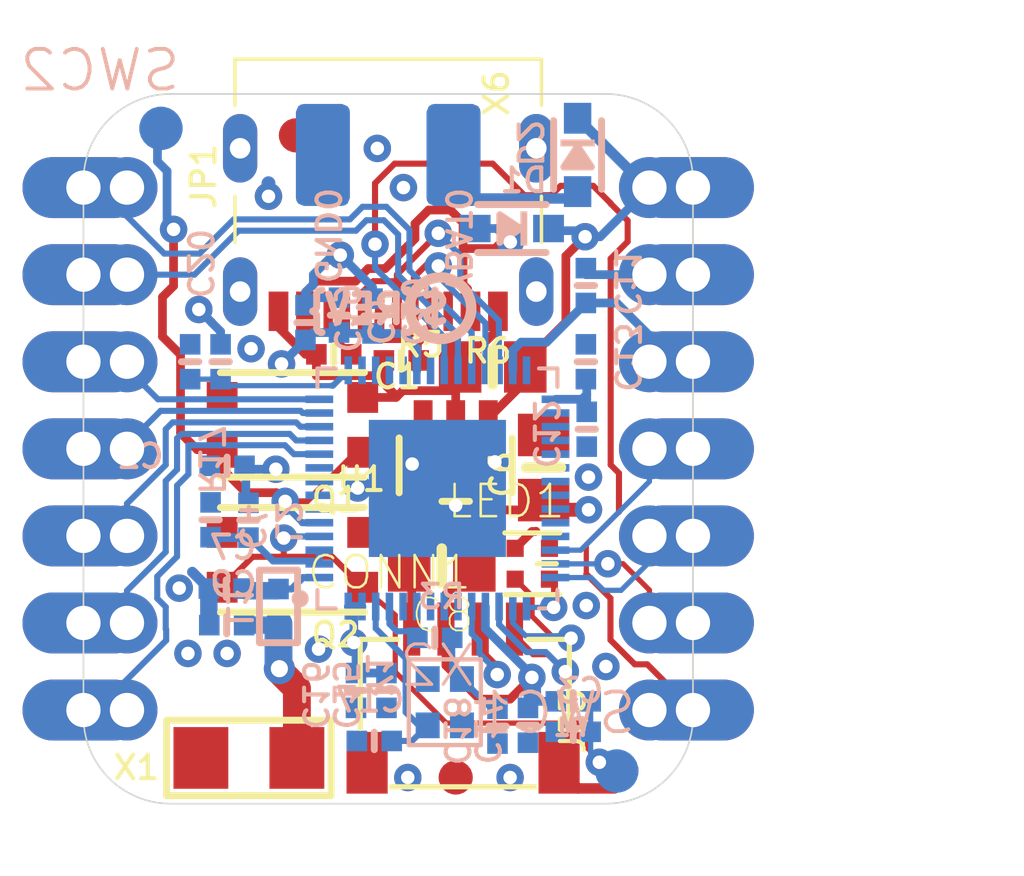
<source format=kicad_pcb>
(kicad_pcb (version 20240108) (generator "pcbnew") (generator_version "8.0")
  (layers (0 "F.Cu" signal) (1 "In1.Cu" signal) (2 "In2.Cu" signal) (31 "B.Cu" signal) (34 "B.Paste" user) (35 "F.Paste" user) (36 "B.SilkS" user "B.Silkscreen") (37 "F.SilkS" user "F.Silkscreen") (38 "B.Mask" user) (39 "F.Mask" user) (44 "Edge.Cuts" user))
  (net 0 "")
  (net 1 "GND")
  (net 2 "D+")
  (net 3 "D-")
  (net 4 "VBUS")
  (net 5 "~{RESET}")
  (net 6 "3.3V")
  (net 7 "A0")
  (net 8 "CC1")
  (net 9 "CC2")
  (net 10 "A1")
  (net 11 "MOSI")
  (net 12 "MISO")
  (net 13 "SCK")
  (net 14 "A2")
  (net 15 "A3")
  (net 16 "SDA")
  (net 17 "SCL")
  (net 18 "NEOPIX")
  (net 19 "+5V")
  (net 20 "VDD3P3")
  (net 21 "N$2")
  (net 22 "N$3")
  (net 23 "IO0")
  (net 24 "SDA1")
  (net 25 "SCL1")
  (net 26 "N$6")
  (net 27 "N$7")
  (net 28 "IO10_DBLTAP")
  (net 29 "NEOPIX_PWR")
  (net 30 "TX")
  (net 31 "RX")
  (net 32 "VBAT")
  (net 33 "N$1")
  (net 34 "TX00")
  (net 35 "VDD_SPI")
  (footprint "ANT_2450AT18B100" (layer "F.Cu") (at 144.4371 114.0206 180)
    (property "Reference" "X1")
    (property "Value" "2.4 GHz Antenna")
  )
  (footprint "USB_C_CUSB31-CFM2AX-01-X" (layer "F.Cu") (at 148.5011 97.4471 180)
    (property "Reference" "X6")
    (property "Value" "USB TYPE C")
  )
  (footprint "QTPY_ESP32_TOP" (layer "F.Cu") (at 139.6111 115.3541)
    (property "Reference" "U$7" (hide yes))
    (property "Value" "" (hide yes))
  )
  (footprint "0805-NO" (layer "F.Cu") (at 150.0632 108.4199 180)
    (property "Reference" "C8")
    (property "Value" "22uF")
  )
  (footprint "BTN_KMR2_4.6X2.8" (layer "F.Cu") (at 145.7071 108.2421 180)
    (property "Reference" "Q2")
    (property "Value" "reset")
  )
  (footprint "0805-NO" (layer "F.Cu") (at 151.5491 102.616 180)
    (property "Reference" "C1")
    (property "Value" "22uF")
  )
  (footprint "_0402NO" (layer "F.Cu") (at 148.8821 102.4255)
    (property "Reference" "R6")
    (property "Value" "5.1K")
  )
  (footprint "1X07_CASTEL" (layer "F.Cu") (at 140.8811 105.0036 -90)
    (property "Reference" "JP1")
    (property "Value" "")
  )
  (footprint "BTN_KMR2_4.6X2.8" (layer "F.Cu") (at 145.7071 104.3051 180)
    (property "Reference" "Q1")
    (property "Value" "BOOT0")
  )
  (footprint "JST_SH4_SKINNY" (layer "F.Cu") (at 150.6855 112.776)
    (property "Reference" "CONN1")
    (property "Value" "STEMMA_I2C_QTSKINNY" (hide yes))
  )
  (footprint "0805-NO" (layer "F.Cu") (at 153.035 105.5497 90)
    (property "Reference" "C6")
    (property "Value" "22uF")
  )
  (footprint "FIDUCIAL_1MM" (layer "F.Cu") (at 145.8087 95.8596)
    (property "Reference" "U$6" (hide yes))
    (property "Value" "FIDUCIAL_1MM" (hide yes))
  )
  (footprint "_0402NO" (layer "F.Cu") (at 146.9136 102.2477)
    (property "Reference" "R5")
    (property "Value" "5.1K")
  )
  (footprint "FIDUCIAL_1MM" (layer "F.Cu") (at 150.4696 114.5921)
    (property "Reference" "U$8" (hide yes))
    (property "Value" "FIDUCIAL_1MM" (hide yes))
  )
  (footprint "1X07_CASTEL" (layer "F.Cu") (at 156.1211 105.0036 90)
    (property "Reference" "JP3")
    (property "Value" "")
  )
  (footprint "SK6805_1515" (layer "F.Cu") (at 152.7048 108.3564)
    (property "Reference" "LED1")
    (property "Value" "WS2812B_SK6805_1515")
  )
  (footprint "SOT23-5" (layer "F.Cu") (at 150.4696 105.4862 180)
    (property "Reference" "U1")
    (property "Value" "AP2112K-3.3")
  )
  (footprint "_0402NO" (layer "B.Cu") (at 144.4244 107.0864 -90)
    (property "Reference" "L1")
    (property "Value" "2nH")
  )
  (footprint "_0402NO" (layer "B.Cu") (at 143.8021 105.4989 180)
    (property "Reference" "C2")
    (property "Value" "1uF")
  )
  (footprint "_0402NO" (layer "B.Cu") (at 143.3195 107.0737 90)
    (property "Reference" "C4")
    (property "Value" "0.1uF")
  )
  (footprint "_0402NO" (layer "B.Cu") (at 154.2669 102.4636 90)
    (property "Reference" "C13")
    (property "Value" "1uF")
  )
  (footprint "_0402NO" (layer "B.Cu") (at 143.7767 109.0803 180)
    (property "Reference" "C7")
    (property "Value" "TBD")
  )
  (footprint "_0402NO" (layer "B.Cu") (at 154.2923 104.4321 -90)
    (property "Reference" "C12")
    (property "Value" "0.1uF")
  )
  (footprint "_0402NO" (layer "B.Cu") (at 146.0881 101.3206 90)
    (property "Reference" "C19")
    (property "Value" "1uF")
  )
  (footprint "SOD-323_MINI" (layer "B.Cu") (at 152.1079 98.5774 180)
    (property "Reference" "D1")
    (property "Value" "  NSR0320")
  )
  (footprint "_0402NO" (layer "B.Cu") (at 149.86 110.5154 180)
    (property "Reference" "R3")
    (property "Value" "0")
  )
  (footprint "_0402NO" (layer "B.Cu") (at 147.066 101.1047 90)
    (property "Reference" "C5")
    (property "Value" "1uF")
  )
  (footprint "_0402NO" (layer "B.Cu") (at 142.7226 102.4636 90)
    (property "Reference" "C20")
    (property "Value" "1uF")
  )
  (footprint "_0402NO" (layer "B.Cu") (at 147.5613 112.0521 -90)
    (property "Reference" "C16")
    (property "Value" "0.1uF")
  )
  (footprint "SOD-323_MINI" (layer "B.Cu") (at 154.0256 96.4311 -90)
    (property "Reference" "D2")
    (property "Value" "  NSR0320")
  )
  (footprint "_0402NO" (layer "B.Cu") (at 148.4503 112.0521 -90)
    (property "Reference" "C15")
    (property "Value" "1uF")
  )
  (footprint "QTPYS3_BOT" (layer "B.Cu") (at 157.3911 115.3541 180)
    (property "Reference" "U$11" (hide yes))
    (property "Value" "" (hide yes))
  )
  (footprint "_0402NO" (layer "B.Cu") (at 151.6888 113.0935 -90)
    (property "Reference" "C18")
    (property "Value" "16pF")
  )
  (footprint "_0402NO" (layer "B.Cu") (at 153.8986 112.3696)
    (property "Reference" "R1")
    (property "Value" "10K")
  )
  (footprint "_0402NO" (layer "B.Cu") (at 154.2669 100.2411 90)
    (property "Reference" "C11")
    (property "Value" "0.1uF")
  )
  (footprint "B1,27_385" (layer "B.Cu") (at 141.8717 95.6564 180)
    (property "Reference" "SWC2")
    (property "Value" "TPB1,27")
  )
  (footprint "_0402NO" (layer "B.Cu") (at 143.6116 102.4636 -90)
    (property "Reference" "R17")
    (property "Value" "1Meg")
  )
  (footprint "B1,27_385" (layer "B.Cu") (at 155.1686 114.4016 180)
    (property "Reference" "SWC1")
    (property "Value" "TPB1,27")
  )
  (footprint "TESTPOINT_PLUS_1X3MM" (layer "B.Cu") (at 150.4061 96.4311 -90)
    (property "Reference" "VBAT0")
    (property "Value" "")
  )
  (footprint "CRYSTAL_2X1.6" (layer "B.Cu") (at 150.1521 112.395 -90)
    (property "Reference" "Y1")
    (property "Value" "40MHz")
  )
  (footprint "QFN56_7X7" (layer "B.Cu") (at 149.9362 106.1593)
    (property "Reference" "X2")
    (property "Value" "ESP32-S3QFN54")
  )
  (footprint "TESTPOINT_MINUS_1X3MM" (layer "B.Cu") (at 146.5961 96.4311 -90)
    (property "Reference" "GND0")
    (property "Value" "")
  )
  (footprint "_0402" (layer "B.Cu") (at 145.3007 109.601 90)
    (property "Reference" "L2")
    (property "Value" "0 ohm")
  )
  (footprint "_0402NO" (layer "B.Cu") (at 153.8986 113.2586 180)
    (property "Reference" "C3")
    (property "Value" "1uF")
  )
  (footprint "_0402NO" (layer "B.Cu") (at 148.0439 101.1301 90)
    (property "Reference" "C10")
    (property "Value" "0.1uF")
  )
  (footprint "PCBFEAT-REV-040" (layer "B.Cu") (at 150.0251 100.9015 180)
    (property "Reference" "U$12" (hide yes))
    (property "Value" "" (hide yes))
  )
  (footprint "_0402NO" (layer "B.Cu") (at 152.5778 113.0681 -90)
    (property "Reference" "C14")
    (property "Value" "0.1uF")
  )
  (footprint "_0402NO" (layer "B.Cu") (at 148.0947 113.5253 180)
    (property "Reference" "C17")
    (property "Value" "16pF")
  )
  (footprint "_0402NO" (layer "B.Cu") (at 143.7894 110.1471 180)
    (property "Reference" "C9")
    (property "Value" "TBD")
  )
  (gr_arc (start 154.8511 94.6531) (mid 156.647151 95.397049) (end 157.3911 97.1931) (stroke (width 0.05)) (layer "Edge.Cuts"))
  (gr_arc (start 142.1511 115.3541) (mid 140.355049 114.610151) (end 139.6111 112.8141) (stroke (width 0.05)) (layer "Edge.Cuts"))
  (gr_line (start 142.1511 94.6531) (end 154.8511 94.6531) (stroke (width 0.05)) (layer "Edge.Cuts"))
  (gr_arc (start 139.6111 97.1931) (mid 140.355049 95.397049) (end 142.1511 94.6531) (stroke (width 0.05)) (layer "Edge.Cuts"))
  (gr_line (start 154.8511 115.3541) (end 142.1511 115.3541) (stroke (width 0.05)) (layer "Edge.Cuts"))
  (gr_arc (start 157.3911 112.8141) (mid 156.647151 114.610151) (end 154.8511 115.3541) (stroke (width 0.05)) (layer "Edge.Cuts"))
  (gr_line (start 157.3911 97.1931) (end 157.3911 112.8141) (stroke (width 0.05)) (layer "Edge.Cuts"))
  (gr_line (start 139.6111 112.8141) (end 139.6111 97.1931) (stroke (width 0.05)) (layer "Edge.Cuts"))
  (segment (start 151.7011 100.9921) (end 151.7011 101.514) (width 0.254) (layer "F.Cu") (net 1))
  (segment (start 146.4056 102.2477) (end 146.0881 102.2477) (width 0.254) (layer "F.Cu") (net 1))
  (segment (start 148.336 103.0605) (end 148.7551 103.4796) (width 0.254) (layer "F.Cu") (net 1))
  (segment (start 148.3106 103.0605) (end 148.336 103.0605) (width 0.254) (layer "F.Cu") (net 1))
  (segment (start 150.4696 104.1861) (end 150.4696 103.3067) (width 0.254) (layer "F.Cu") (net 1))
  (segment (start 152.799468 107.4166) (end 152.809284 107.406785) (width 0.254) (layer "F.Cu") (net 1))
  (segment (start 148.3741 102.87) (end 146.4056 102.87) (width 0.254) (layer "F.Cu") (net 1))
  (segment (start 148.7296 103.5051) (end 147.7571 103.5051) (width 0.254) (layer "F.Cu") (net 1))
  (segment (start 148.3741 102.4255) (end 148.3741 102.87) (width 0.254) (layer "F.Cu") (net 1))
  (segment (start 153.4855 114.162) (end 153.4855 114.358657) (width 0.4064) (layer "F.Cu") (net 1))
  (segment (start 145.3011 100.9921) (end 145.3011 101.4607) (width 0.254) (layer "F.Cu") (net 1))
  (segment (start 146.4056 102.87) (end 146.4056 102.2477) (width 0.254) (layer "F.Cu") (net 1))
  (segment (start 148.3741 102.997) (end 148.3106 103.0605) (width 0.254) (layer "F.Cu") (net 1))
  (segment (start 154.036443 114.9096) (end 153.4855 114.358657) (width 0.3048) (layer "F.Cu") (net 1))
  (segment (start 148.7551 103.4796) (end 148.7296 103.5051) (width 0.254) (layer "F.Cu") (net 1))
  (segment (start 150.4696 103.3067) (end 148.928 103.3067) (width 0.254) (layer "F.Cu") (net 1))
  (segment (start 149.1855 108.4922) (end 149.1132 108.4199) (width 0.254) (layer "F.Cu") (net 1))
  (segment (start 155.1051 114.9096) (end 155.6766 114.3381) (width 0.254) (layer "F.Cu") (net 1))
  (segment (start 151.7011 101.514) (end 150.5991 102.616) (width 0.254) (layer "F.Cu") (net 1))
  (segment (start 152.6946 107.4166) (end 152.799468 107.4166) (width 0.254) (layer "F.Cu") (net 1))
  (segment (start 146.0881 102.2477) (end 145.3011 101.4607) (width 0.254) (layer "F.Cu") (net 1))
  (segment (start 152.2048 107.9064) (end 152.6946 107.4166) (width 0.254) (layer "F.Cu") (net 1))
  (segment (start 149.1855 110.262) (end 149.1855 110.4011) (width 0.254) (layer "F.Cu") (net 1))
  (segment (start 154.036443 114.9096) (end 155.1051 114.9096) (width 0.3048) (layer "F.Cu") (net 1))
  (segment (start 148.928 103.3067) (end 148.7551 103.4796) (width 0.254) (layer "F.Cu") (net 1))
  (segment (start 149.1855 110.262) (end 149.1855 108.4922) (width 0.254) (layer "F.Cu") (net 1))
  (via (at 149.1996 105.4481) (size 0.8001) (drill 0.3937) (layers "F.Cu" "B.Cu") (net 1))
  (via (at 144.5006 102.0826) (size 0.8001) (drill 0.3937) (layers "F.Cu" "B.Cu") (net 1))
  (via (at 148.9456 97.3836) (size 0.8001) (drill 0.3937) (layers "F.Cu" "B.Cu") (net 1))
  (via (at 152.0571 114.5921) (size 0.8001) (drill 0.3937) (layers "F.Cu" "B.Cu") (net 1))
  (via (at 149.0726 114.5921) (size 0.8001) (drill 0.3937) (layers "F.Cu" "B.Cu") (net 1))
  (via (at 147.1041 99.3521) (size 0.8001) (drill 0.3937) (layers "F.Cu" "B.Cu") (net 1))
  (via (at 142.6591 110.9726) (size 0.8001) (drill 0.3937) (layers "F.Cu" "B.Cu") (net 1))
  (via (at 142.9766 100.9396) (size 0.8001) (drill 0.3937) (layers "F.Cu" "B.Cu") (net 1))
  (via (at 145.0086 97.6376) (size 0.8001) (drill 0.3937) (layers "F.Cu" "B.Cu") (net 1))
  (via (at 151.6126 105.3846) (size 0.8001) (drill 0.3937) (layers "F.Cu" "B.Cu") (net 1))
  (via (at 147.6121 106.1466) (size 0.8001) (drill 0.3937) (layers "F.Cu" "B.Cu") (net 1))
  (via (at 154.2796 109.5756) (size 0.8001) (drill 0.3937) (layers "F.Cu" "B.Cu") (net 1))
  (via (at 154.8511 111.3536) (size 0.8001) (drill 0.3937) (layers "F.Cu" "B.Cu") (net 1))
  (via (at 143.8021 110.9726) (size 0.8001) (drill 0.3937) (layers "F.Cu" "B.Cu") (net 1))
  (via (at 142.4051 109.0676) (size 0.8001) (drill 0.3937) (layers "F.Cu" "B.Cu") (net 1))
  (via (at 146.4691 110.8456) (size 0.8001) (drill 0.3937) (layers "F.Cu" "B.Cu") (net 1))
  (via (at 148.1836 96.2406) (size 0.8001) (drill 0.3937) (layers "F.Cu" "B.Cu") (net 1))
  (via (at 150.4696 106.6546) (size 0.8001) (drill 0.3937) (layers "F.Cu" "B.Cu") (net 1))
  (via (at 154.3431 105.8291) (size 0.8001) (drill 0.3937) (layers "F.Cu" "B.Cu") (net 1))
  (segment (start 143.3477 101.316307) (end 143.3477 101.3107) (width 0.254) (layer "B.Cu") (net 1))
  (segment (start 143.2687 109.0803) (end 142.7861 108.5977) (width 0.3048) (layer "B.Cu") (net 1))
  (segment (start 146.304 100.5967) (end 147.066 100.5967) (width 0.254) (layer "B.Cu") (net 1))
  (segment (start 148.0439 100.2919) (end 147.1041 99.3521) (width 0.254) (layer "B.Cu") (net 1))
  (segment (start 146.0881 100.8126) (end 146.0881 100.438538) (width 0.254) (layer "B.Cu") (net 1))
  (segment (start 143.2814 110.1471) (end 143.2687 110.1344) (width 0.254) (layer "B.Cu") (net 1))
  (segment (start 145.0086 97.2566) (end 145.0086 97.6376) (width 0.4064) (layer "B.Cu") (net 1))
  (segment (start 146.0881 100.8126) (end 146.304 100.5967) (width 0.254) (layer "B.Cu") (net 1))
  (segment (start 143.6116 101.9556) (end 143.6116 101.580207) (width 0.254) (layer "B.Cu") (net 1))
  (segment (start 143.3477 101.3107) (end 142.9766 100.9396) (width 0.254) (layer "B.Cu") (net 1))
  (segment (start 143.6116 101.580207) (end 143.3477 101.316307) (width 0.254) (layer "B.Cu") (net 1))
  (segment (start 146.3171 100.209538) (end 146.3171 99.9236) (width 0.254) (layer "B.Cu") (net 1))
  (segment (start 148.0439 100.6221) (end 148.0439 100.2919) (width 0.254) (layer "B.Cu") (net 1))
  (segment (start 154.2669 99.9236) (end 154.2669 99.7331) (width 0.254) (layer "B.Cu") (net 1))
  (segment (start 143.2687 109.0803) (end 143.2687 110.1344) (width 0.508) (layer "B.Cu") (net 1))
  (segment (start 146.8886 99.3521) (end 147.1041 99.3521) (width 0.254) (layer "B.Cu") (net 1))
  (segment (start 146.3171 99.9236) (end 146.8886 99.3521) (width 0.254) (layer "B.Cu") (net 1))
  (segment (start 146.0881 100.438538) (end 146.3171 100.209538) (width 0.254) (layer "B.Cu") (net 1))
  (segment (start 157.3911 99.9236) (end 154.2669 99.9236) (width 0.254) (layer "B.Cu") (net 1))
  (segment (start 147.7511 100.9921) (end 147.7511 100.4316) (width 0.1778) (layer "F.Cu") (net 2))
  (segment (start 148.8146 100.1736) (end 148.8146 100.9286) (width 0.1778) (layer "F.Cu") (net 2))
  (segment (start 149.9616 98.7171) (end 148.7551 99.9236) (width 0.1778) (layer "F.Cu") (net 2))
  (segment (start 148.8146 100.9286) (end 148.7511 100.9921) (width 0.1778) (layer "F.Cu") (net 2))
  (segment (start 148.7551 100.1141) (end 148.8146 100.1736) (width 0.1778) (layer "F.Cu") (net 2))
  (segment (start 148.0686 100.1141) (end 148.7551 100.1141) (width 0.1778) (layer "F.Cu") (net 2))
  (segment (start 148.0686 100.1141) (end 147.7511 100.4316) (width 0.1778) (layer "F.Cu") (net 2))
  (segment (start 148.7551 99.9236) (end 148.7551 100.1141) (width 0.1778) (layer "F.Cu") (net 2))
  (via (at 149.9616 98.7171) (size 0.8001) (drill 0.3937) (layers "F.Cu" "B.Cu") (net 2))
  (segment (start 151.7298 101.263857) (end 151.7298 102.130657) (width 0.1778) (layer "B.Cu") (net 2))
  (segment (start 149.9616 98.7171) (end 150.60295 99.35845) (width 0.1778) (layer "B.Cu") (net 2))
  (segment (start 151.7362 102.137057) (end 151.7362 102.7142) (width 0.1778) (layer "B.Cu") (net 2))
  (segment (start 150.60295 100.137007) (end 151.7298 101.263857) (width 0.1778) (layer "B.Cu") (net 2))
  (segment (start 151.7298 102.130657) (end 151.7362 102.137057) (width 0.1778) (layer "B.Cu") (net 2))
  (segment (start 150.60295 99.35845) (end 150.60295 100.137007) (width 0.1778) (layer "B.Cu") (net 2))
  (segment (start 148.1876 101.7056) (end 148.3106 101.8286) (width 0.1778) (layer "F.Cu") (net 3))
  (segment (start 148.2511 100.9921) (end 148.1876 101.0556) (width 0.1778) (layer "F.Cu") (net 3))
  (segment (start 149.0091 101.8286) (end 149.2511 101.5866) (width 0.1778) (layer "F.Cu") (net 3))
  (segment (start 149.9616 99.6696) (end 149.7711 99.4791) (width 0.1778) (layer "F.Cu") (net 3))
  (segment (start 149.2511 100.9921) (end 149.2511 99.9991) (width 0.1778) (layer "F.Cu") (net 3))
  (segment (start 148.1876 101.0556) (end 148.1876 101.7056) (width 0.1778) (layer "F.Cu") (net 3))
  (segment (start 148.3106 101.8286) (end 149.0091 101.8286) (width 0.1778) (layer "F.Cu") (net 3))
  (segment (start 149.2511 101.5866) (end 149.2511 100.9921) (width 0.1778) (layer "F.Cu") (net 3))
  (segment (start 149.7711 99.4791) (end 149.2511 99.9991) (width 0.1778) (layer "F.Cu") (net 3))
  (via (at 149.9616 99.6696) (size 0.8001) (drill 0.3937) (layers "F.Cu" "B.Cu") (net 3))
  (segment (start 151.3362 101.337232) (end 151.3362 102.7142) (width 0.1778) (layer "B.Cu") (net 3))
  (segment (start 149.9616 99.962632) (end 151.3362 101.337232) (width 0.1778) (layer "B.Cu") (net 3))
  (segment (start 149.9616 99.6696) (end 149.9616 99.962632) (width 0.1778) (layer "B.Cu") (net 3))
  (segment (start 151.80945 98.9711) (end 151.61895 99.1616) (width 0.254) (layer "F.Cu") (net 4))
  (segment (start 152.06345 98.9711) (end 151.80945 98.9711) (width 0.254) (layer "F.Cu") (net 4))
  (segment (start 150.6851 98.40555) (end 150.6851 99.1616) (width 0.254) (layer "F.Cu") (net 4))
  (segment (start 150.6851 99.1616) (end 150.6851 100.209538) (width 0.254) (layer "F.Cu") (net 4))
  (segment (start 149.680163 98.03765) (end 150.3172 98.03765) (width 0.254) (layer "F.Cu") (net 4))
  (segment (start 148.412044 99.7458) (end 149.28215 98.875694) (width 0.254) (layer "F.Cu") (net 4))
  (segment (start 149.28215 98.435663) (end 149.680163 98.03765) (width 0.254) (layer "F.Cu") (net 4))
  (segment (start 146.412538 100.1141) (end 147.547744 100.1141) (width 0.254) (layer "F.Cu") (net 4))
  (segment (start 146.1011 100.9921) (end 146.1011 100.425538) (width 0.254) (layer "F.Cu") (net 4))
  (segment (start 147.916044 99.7458) (end 148.412044 99.7458) (width 0.254) (layer "F.Cu") (net 4))
  (segment (start 150.3172 98.03765) (end 150.6851 98.40555) (width 0.254) (layer "F.Cu") (net 4))
  (segment (start 146.1011 100.425538) (end 146.412538 100.1141) (width 0.254) (layer "F.Cu") (net 4))
  (segment (start 150.6851 100.209538) (end 150.815381 100.339819) (width 0.254) (layer "F.Cu") (net 4))
  (segment (start 151.61895 99.1616) (end 150.6851 99.1616) (width 0.254) (layer "F.Cu") (net 4))
  (segment (start 147.547744 100.1141) (end 147.916044 99.7458) (width 0.254) (layer "F.Cu") (net 4))
  (segment (start 149.28215 98.875694) (end 149.28215 98.435663) (width 0.254) (layer "F.Cu") (net 4))
  (segment (start 150.815381 100.784319) (end 150.75435 100.84535) (width 0.254) (layer "F.Cu") (net 4))
  (segment (start 150.9011 100.9921) (end 150.75435 100.84535) (width 0.254) (layer "F.Cu") (net 4))
  (segment (start 150.815381 100.339819) (end 150.815381 100.784319) (width 0.254) (layer "F.Cu") (net 4))
  (via (at 152.06345 98.9711) (size 0.8001) (drill 0.3937) (layers "F.Cu" "B.Cu") (net 4))
  (segment (start 151.0379 98.5774) (end 151.66975 98.5774) (width 0.254) (layer "B.Cu") (net 4))
  (segment (start 151.66975 98.5774) (end 152.06345 98.9711) (width 0.254) (layer "B.Cu") (net 4))
  (segment (start 148.7069 111.512688) (end 150.198813 113.0046) (width 0.1524) (layer "F.Cu") (net 5))
  (segment (start 154.3141 113.103813) (end 154.3141 113.7376) (width 0.1524) (layer "F.Cu") (net 5))
  (segment (start 145.4531 107.6071) (end 145.4531 108.1531) (width 0.1778) (layer "F.Cu") (net 5))
  (segment (start 145.4531 108.1531) (end 144.5461 108.1531) (width 0.1778) (layer "F.Cu") (net 5))
  (segment (start 146.8681 108.1531) (end 145.4531 108.1531) (width 0.1778) (layer "F.Cu") (net 5))
  (segment (start 148.7069 109.8522) (end 147.7571 109.0421) (width 0.1524) (layer "F.Cu") (net 5))
  (segment (start 148.7069 109.8522) (end 148.7069 111.512688) (width 0.1524) (layer "F.Cu") (net 5))
  (segment (start 150.198813 113.0046) (end 154.214887 113.0046) (width 0.1524) (layer "F.Cu") (net 5))
  (segment (start 154.6606 114.0841) (end 154.3141 113.7376) (width 0.1524) (layer "F.Cu") (net 5))
  (segment (start 147.7571 109.0421) (end 146.8681 108.1531) (width 0.1778) (layer "F.Cu") (net 5))
  (segment (start 144.5461 108.1531) (end 143.6571 109.0421) (width 0.1778) (layer "F.Cu") (net 5))
  (segment (start 154.214887 113.0046) (end 154.3141 113.103813) (width 0.1524) (layer "F.Cu") (net 5))
  (segment (start 154.6606 114.0841) (end 154.6606 114.1476) (width 0.1524) (layer "F.Cu") (net 5))
  (via (at 145.4531 107.6071) (size 0.8001) (drill 0.3937) (layers "F.Cu" "B.Cu") (net 5))
  (via (at 154.6606 114.1476) (size 0.8001) (drill 0.3937) (layers "F.Cu" "B.Cu") (net 5))
  (segment (start 154.9146 114.1476) (end 155.1686 114.4016) (width 0.1778) (layer "B.Cu") (net 5))
  (segment (start 154.4066 113.8936) (end 154.6606 114.1476) (width 0.1524) (layer "B.Cu") (net 5))
  (segment (start 146.4911 107.5593) (end 145.5009 107.5593) (width 0.1778) (layer "B.Cu") (net 5))
  (segment (start 154.4066 113.8936) (end 154.4066 113.2586) (width 0.1524) (layer "B.Cu") (net 5))
  (segment (start 145.5009 107.5593) (end 145.4531 107.6071) (width 0.1778) (layer "B.Cu") (net 5))
  (segment (start 154.6606 114.1476) (end 154.9146 114.1476) (width 0.1778) (layer "B.Cu") (net 5))
  (segment (start 154.4066 112.3696) (end 154.4066 113.2586) (width 0.1524) (layer "B.Cu") (net 5))
  (segment (start 150.1855 109.2476) (end 151.0132 108.4199) (width 0.254) (layer "F.Cu") (net 6))
  (segment (start 150.1855 111.3235) (end 150.1855 110.262) (width 0.254) (layer "F.Cu") (net 6))
  (segment (start 152.6921 111.6711) (end 152.0571 112.3061) (width 0.254) (layer "F.Cu") (net 6))
  (segment (start 150.1855 110.262) (end 150.1855 109.750357) (width 0.254) (layer "F.Cu") (net 6))
  (segment (start 150.1855 110.262) (end 150.1855 109.2476) (width 0.254) (layer "F.Cu") (net 6))
  (segment (start 152.7484 106.7863) (end 151.4196 106.7863) (width 0.254) (layer "F.Cu") (net 6))
  (segment (start 153.035 106.4997) (end 152.7484 106.7863) (width 0.254) (layer "F.Cu") (net 6))
  (segment (start 153.035 106.4997) (end 153.3169 106.7816) (width 0.4064) (layer "F.Cu") (net 6))
  (segment (start 151.1681 112.3061) (end 150.1855 111.3235) (width 0.254) (layer "F.Cu") (net 6))
  (segment (start 151.4196 107.3324) (end 151.086275 107.665725) (width 0.254) (layer "F.Cu") (net 6))
  (segment (start 151.4196 107.3324) (end 151.4196 106.7863) (width 0.254) (layer "F.Cu") (net 6))
  (segment (start 153.3169 106.7816) (end 154.3431 106.7816) (width 0.4064) (layer "F.Cu") (net 6))
  (segment (start 151.106865 108.041035) (end 151.086275 107.665725) (width 0.254) (layer "F.Cu") (net 6))
  (segment (start 152.0571 112.3061) (end 151.1681 112.3061) (width 0.254) (layer "F.Cu") (net 6))
  (segment (start 151.106865 108.458004) (end 151.106865 108.041035) (width 0.254) (layer "F.Cu") (net 6))
  (segment (start 151.106865 108.458004) (end 151.0132 108.4199) (width 0.254) (layer "F.Cu") (net 6))
  (via (at 147.4978 110.6551) (size 0.8001) (drill 0.3937) (layers "F.Cu" "B.Cu") (net 6))
  (via (at 154.3431 106.7816) (size 0.8001) (drill 0.3937) (layers "F.Cu" "B.Cu") (net 6))
  (via (at 145.223154 105.599154) (size 0.8001) (drill 0.3937) (layers "F.Cu" "B.Cu") (net 6))
  (via (at 145.3896 102.5271) (size 0.8001) (drill 0.3937) (layers "F.Cu" "B.Cu") (net 6))
  (via (at 152.6921 111.6711) (size 0.8001) (drill 0.3937) (layers "F.Cu" "B.Cu") (net 6))
  (segment (start 152.8318 111.9886) (end 152.5778 111.9886) (width 0.254) (layer "B.Cu") (net 6))
  (segment (start 147.066 101.6127) (end 147.0914 101.6381) (width 0.254) (layer "B.Cu") (net 6))
  (segment (start 144.410354 105.599154) (end 144.346854 105.599154) (width 0.254) (layer "B.Cu") (net 6))
  (segment (start 146.0881 101.8286) (end 145.3896 102.5271) (width 0.254) (layer "B.Cu") (net 6))
  (segment (start 152.5778 111.7854) (end 152.5778 112.5601) (width 0.254) (layer "B.Cu") (net 6))
  (segment (start 145.223154 105.599154) (end 144.410354 105.599154) (width 0.254) (layer "B.Cu") (net 6))
  (segment (start 157.3911 102.4636) (end 156.1211 102.4636) (width 0.254) (layer "B.Cu") (net 6))
  (segment (start 147.5613 111.3536) (end 147.5613 111.480597) (width 0.254) (layer "B.Cu") (net 6))
  (segment (start 151.3362 110.2517) (end 152.8318 111.7473) (width 0.254) (layer "B.Cu") (net 6))
  (segment (start 152.6921 111.6711) (end 152.5778 111.7854) (width 0.254) (layer "B.Cu") (net 6))
  (segment (start 152.8318 112.3696) (end 152.8318 111.9886) (width 0.254) (layer "B.Cu") (net 6))
  (segment (start 144.410354 105.599154) (end 144.3101 105.4989) (width 0.254) (layer "B.Cu") (net 6))
  (segment (start 152.5778 112.5601) (end 152.5778 111.9886) (width 0.254) (layer "B.Cu") (net 6))
  (segment (start 148.0439 101.6381) (end 147.0914 101.6381) (width 0.254) (layer "B.Cu") (net 6))
  (segment (start 152.8318 111.7473) (end 152.8318 111.9886) (width 0.254) (layer "B.Cu") (net 6))
  (segment (start 146.0881 101.8286) (end 146.304 101.6127) (width 0.254) (layer "B.Cu") (net 6))
  (segment (start 147.066 101.6127) (end 146.304 101.6127) (width 0.254) (layer "B.Cu") (net 6))
  (segment (start 144.346854 106.500854) (end 144.346854 105.599154) (width 0.254) (layer "B.Cu") (net 6))
  (segment (start 144.4244 106.5784) (end 144.346854 106.500854) (width 0.254) (layer "B.Cu") (net 6))
  (segment (start 147.4978 110.6551) (end 147.5613 110.7186) (width 0.254) (layer "B.Cu") (net 6))
  (segment (start 153.3906 112.3696) (end 152.8318 112.3696) (width 0.254) (layer "B.Cu") (net 6))
  (segment (start 148.0439 101.6381) (end 148.8948 101.6381) (width 0.254) (layer "B.Cu") (net 6))
  (segment (start 147.4978 109.6044) (end 147.3362 109.6044) (width 0.254) (layer "B.Cu") (net 6))
  (segment (start 147.7362 109.6044) (end 147.4978 109.6044) (width 0.254) (layer "B.Cu") (net 6))
  (segment (start 152.3746 101.8921) (end 153.1239 101.8921) (width 0.254) (layer "B.Cu") (net 6))
  (segment (start 147.4978 109.6044) (end 147.4978 110.6551) (width 0.254) (layer "B.Cu") (net 6))
  (segment (start 152.1362 102.1305) (end 152.1362 102.7142) (width 0.254) (layer "B.Cu") (net 6))
  (segment (start 147.5613 111.5441) (end 147.5613 111.3536) (width 0.3048) (layer "B.Cu") (net 6))
  (segment (start 156.1211 101.7016) (end 156.1211 102.4636) (width 0.254) (layer "B.Cu") (net 6))
  (segment (start 148.8948 101.6381) (end 149.3362 102.0795) (width 0.254) (layer "B.Cu") (net 6))
  (segment (start 148.4503 111.5441) (end 147.5613 111.5441) (width 0.254) (layer "B.Cu") (net 6))
  (segment (start 153.1239 101.8921) (end 154.2669 100.7491) (width 0.254) (layer "B.Cu") (net 6))
  (segment (start 151.3362 109.6044) (end 151.3362 110.2517) (width 0.254) (layer "B.Cu") (net 6))
  (segment (start 154.2669 100.7491) (end 155.1686 100.7491) (width 0.254) (layer "B.Cu") (net 6))
  (segment (start 156.1211 101.7016) (end 155.1686 100.7491) (width 0.254) (layer "B.Cu") (net 6))
  (segment (start 149.3362 102.0795) (end 149.3362 102.7142) (width 0.254) (layer "B.Cu") (net 6))
  (segment (start 147.5613 110.7186) (end 147.5613 111.3536) (width 0.254) (layer "B.Cu") (net 6))
  (segment (start 152.1362 102.1305) (end 152.3746 101.8921) (width 0.254) (layer "B.Cu") (net 6))
  (segment (start 147.750244 97.943957) (end 148.448932 97.943957) (width 0.1778) (layer "B.Cu") (net 7))
  (segment (start 147.3835 98.3107) (end 147.750244 97.943957) (width 0.1778) (layer "B.Cu") (net 7))
  (segment (start 141.968413 99.309113) (end 142.997113 99.309113) (width 0.1778) (layer "B.Cu") (net 7))
  (segment (start 139.6111 97.3836) (end 140.8811 97.3836) (width 0.254) (layer "B.Cu") (net 7))
  (segment (start 150.9362 101.612169) (end 150.9362 102.7142) (width 0.1778) (layer "B.Cu") (net 7))
  (segment (start 149.120632 99.7966) (end 150.9362 101.612169) (width 0.1778) (layer "B.Cu") (net 7))
  (segment (start 142.997113 99.309113) (end 143.995525 98.3107) (width 0.1778) (layer "B.Cu") (net 7))
  (segment (start 140.8811 97.3836) (end 140.8811 98.2218) (width 0.1778) (layer "B.Cu") (net 7))
  (segment (start 140.8811 98.2218) (end 141.968413 99.309113) (width 0.1778) (layer "B.Cu") (net 7))
  (segment (start 148.448932 97.943957) (end 149.120632 98.615657) (width 0.1778) (layer "B.Cu") (net 7))
  (segment (start 149.120632 98.615657) (end 149.120632 99.7966) (width 0.1778) (layer "B.Cu") (net 7))
  (segment (start 143.995525 98.3107) (end 147.3835 98.3107) (width 0.1778) (layer "B.Cu") (net 7))
  (segment (start 149.7511 100.9921) (end 149.7511 101.5692) (width 0.1778) (layer "F.Cu") (net 8))
  (segment (start 149.3901 102.4255) (end 149.3901 101.9302) (width 0.1778) (layer "F.Cu") (net 8))
  (segment (start 149.7511 101.5692) (end 149.3901 101.9302) (width 0.1778) (layer "F.Cu") (net 8))
  (segment (start 146.7511 100.9921) (end 146.7511 101.5772) (width 0.1778) (layer "F.Cu") (net 9))
  (segment (start 147.4216 102.2477) (end 146.7511 101.5772) (width 0.1778) (layer "F.Cu") (net 9))
  (segment (start 148.790432 99.933375) (end 150.5362 101.679144) (width 0.1778) (layer "B.Cu") (net 10))
  (segment (start 147.8661 98.3361) (end 147.5613 98.6409) (width 0.1778) (layer "B.Cu") (net 10))
  (segment (start 148.3741 98.3361) (end 148.790432 98.752432) (width 0.1778) (layer "B.Cu") (net 10))
  (segment (start 139.6111 99.9236) (end 140.8811 99.9236) (width 0.254) (layer "B.Cu") (net 10))
  (segment (start 150.5362 101.679144) (end 150.5362 102.7142) (width 0.1778) (layer "B.Cu") (net 10))
  (segment (start 147.5613 98.6409) (end 144.1323 98.6409) (width 0.1778) (layer "B.Cu") (net 10))
  (segment (start 148.790432 98.752432) (end 148.790432 99.933375) (width 0.1778) (layer "B.Cu") (net 10))
  (segment (start 144.1323 98.6409) (end 142.8496 99.9236) (width 0.1778) (layer "B.Cu") (net 10))
  (segment (start 140.8811 99.9236) (end 142.8496 99.9236) (width 0.1778) (layer "B.Cu") (net 10))
  (segment (start 147.8661 98.3361) (end 148.3741 98.3361) (width 0.1778) (layer "B.Cu") (net 10))
  (segment (start 154.1179 107.9593) (end 153.3813 107.9593) (width 0.1524) (layer "B.Cu") (net 11))
  (segment (start 156.1211 105.0036) (end 156.1211 105.9561) (width 0.1524) (layer "B.Cu") (net 11))
  (segment (start 156.1211 105.9561) (end 154.1179 107.9593) (width 0.1524) (layer "B.Cu") (net 11))
  (segment (start 157.3911 105.0036) (end 156.1211 105.0036) (width 0.254) (layer "B.Cu") (net 11))
  (segment (start 154.7876 109.1311) (end 154.4158 108.7593) (width 0.1524) (layer "B.Cu") (net 12))
  (segment (start 155.2956 109.1311) (end 154.7876 109.1311) (width 0.1524) (layer "B.Cu") (net 12))
  (segment (start 156.1211 108.3056) (end 155.2956 109.1311) (width 0.1524) (layer "B.Cu") (net 12))
  (segment (start 157.3911 107.5436) (end 156.1211 107.5436) (width 0.1524) (layer "B.Cu") (net 12))
  (segment (start 154.4158 108.7593) (end 153.3813 108.7593) (width 0.1524) (layer "B.Cu") (net 12))
  (segment (start 156.1211 108.3056) (end 156.1211 107.5436) (width 0.1524) (layer "B.Cu") (net 12))
  (segment (start 156.1211 109.124132) (end 156.1211 110.0836) (width 0.1524) (layer "F.Cu") (net 13))
  (segment (start 154.90825 108.3564) (end 155.353368 108.3564) (width 0.1524) (layer "F.Cu") (net 13))
  (segment (start 156.1211 109.124132) (end 155.353368 108.3564) (width 0.1524) (layer "F.Cu") (net 13))
  (via (at 154.90825 108.3564) (size 0.8001) (drill 0.3937) (layers "F.Cu" "B.Cu") (net 13))
  (segment (start 154.8482 108.3593) (end 154.8511 108.3564) (width 0.1524) (layer "B.Cu") (net 13))
  (segment (start 154.90825 108.3564) (end 154.8511 108.3564) (width 0.1524) (layer "B.Cu") (net 13))
  (segment (start 153.3813 108.3593) (end 154.8482 108.3593) (width 0.1524) (layer "B.Cu") (net 13))
  (segment (start 157.3911 110.0836) (end 156.1211 110.0836) (width 0.254) (layer "B.Cu") (net 13))
  (segment (start 141.7863 103.5593) (end 140.8811 102.6541) (width 0.1778) (layer "B.Cu") (net 14))
  (segment (start 140.8811 102.4636) (end 140.8811 102.6541) (width 0.1778) (layer "B.Cu") (net 14))
  (segment (start 146.4911 103.5593) (end 141.7863 103.5593) (width 0.1778) (layer "B.Cu") (net 14))
  (segment (start 139.6111 102.4636) (end 140.8811 102.4636) (width 0.254) (layer "B.Cu") (net 14))
  (segment (start 141.8619 103.8958) (end 140.7541 105.0036) (width 0.1778) (layer "B.Cu") (net 15))
  (segment (start 146.0085 103.9593) (end 146.4911 103.9593) (width 0.1778) (layer "B.Cu") (net 15))
  (segment (start 140.7541 105.0036) (end 140.8811 105.0036) (width 0.254) (layer "B.Cu") (net 15))
  (segment (start 145.945 103.8958) (end 146.0085 103.9593) (width 0.1778) (layer "B.Cu") (net 15))
  (segment (start 139.6111 105.0036) (end 140.7541 105.0036) (width 0.254) (layer "B.Cu") (net 15))
  (segment (start 145.945 103.8958) (end 141.8619 103.8958) (width 0.1778) (layer "B.Cu") (net 15))
  (segment (start 145.818 104.2323) (end 145.945 104.3593) (width 0.1778) (layer "B.Cu") (net 16))
  (segment (start 140.8811 106.602088) (end 142.0114 105.471788) (width 0.1778) (layer "B.Cu") (net 16))
  (segment (start 142.2112 104.2323) (end 145.818 104.2323) (width 0.1778) (layer "B.Cu") (net 16))
  (segment (start 145.945 104.3593) (end 146.4911 104.3593) (width 0.1778) (layer "B.Cu") (net 16))
  (segment (start 142.0114 104.4321) (end 142.2112 104.2323) (width 0.1778) (layer "B.Cu") (net 16))
  (segment (start 139.6111 107.5436) (end 140.8811 107.5436) (width 0.254) (layer "B.Cu") (net 16))
  (segment (start 140.8811 106.602088) (end 140.8811 107.5436) (width 0.1778) (layer "B.Cu") (net 16))
  (segment (start 142.0114 105.471788) (end 142.0114 104.4321) (width 0.1778) (layer "B.Cu") (net 16))
  (segment (start 145.818 104.7593) (end 146.4911 104.7593) (width 0.1778) (layer "B.Cu") (net 17))
  (segment (start 139.6111 110.0836) (end 140.8811 110.0836) (width 0.254) (layer "B.Cu") (net 17))
  (segment (start 142.3416 104.695875) (end 142.3416 105.608563) (width 0.1778) (layer "B.Cu") (net 17))
  (segment (start 142.0114 105.938763) (end 142.0114 108.011788) (width 0.1778) (layer "B.Cu") (net 17))
  (segment (start 142.468675 104.5688) (end 142.3416 104.695875) (width 0.1778) (layer "B.Cu") (net 17))
  (segment (start 145.6275 104.5688) (end 142.468675 104.5688) (width 0.1778) (layer "B.Cu") (net 17))
  (segment (start 142.0114 108.011788) (end 140.8811 109.142088) (width 0.1778) (layer "B.Cu") (net 17))
  (segment (start 142.3416 105.608563) (end 142.0114 105.938763) (width 0.1778) (layer "B.Cu") (net 17))
  (segment (start 145.818 104.7593) (end 145.6275 104.5688) (width 0.1778) (layer "B.Cu") (net 17))
  (segment (start 140.8811 109.142088) (end 140.8811 110.0836) (width 0.1778) (layer "B.Cu") (net 17))
  (segment (start 152.2048 108.8064) (end 152.69845 109.30005) (width 0.1524) (layer "F.Cu") (net 18))
  (segment (start 152.69845 109.30005) (end 152.69845 109.890013) (width 0.1524) (layer "F.Cu") (net 18))
  (segment (start 153.336537 110.5281) (end 153.8351 110.5281) (width 0.1524) (layer "F.Cu") (net 18))
  (segment (start 152.69845 109.890013) (end 153.336537 110.5281) (width 0.1524) (layer "F.Cu") (net 18))
  (via (at 153.8351 110.5281) (size 0.8001) (drill 0.3937) (layers "F.Cu" "B.Cu") (net 18))
  (segment (start 153.762912 110.455913) (end 153.8351 110.5281) (width 0.1524) (layer "B.Cu") (net 18))
  (segment (start 152.1362 110.081825) (end 152.510287 110.455913) (width 0.1524) (layer "B.Cu") (net 18))
  (segment (start 152.510287 110.455913) (end 153.762912 110.455913) (width 0.1524) (layer "B.Cu") (net 18))
  (segment (start 152.1362 109.6044) (end 152.1362 110.081825) (width 0.1524) (layer "B.Cu") (net 18))
  (segment (start 150.9014 105.0671) (end 151.2926 104.6759) (width 0.254) (layer "F.Cu") (net 19))
  (segment (start 151.2926 104.3131) (end 151.4196 104.1861) (width 0.254) (layer "F.Cu") (net 19))
  (segment (start 153.6827 101.3079) (end 152.542806 102.447794) (width 0.254) (layer "F.Cu") (net 19))
  (segment (start 152.864671 102.672029) (end 151.4196 104.1171) (width 0.254) (layer "F.Cu") (net 19))
  (segment (start 149.9641 105.0671) (end 149.5196 104.6226) (width 0.254) (layer "F.Cu") (net 19))
  (segment (start 151.2926 104.3131) (end 151.2926 104.6759) (width 0.254) (layer "F.Cu") (net 19))
  (segment (start 152.864671 102.672029) (end 152.4991 102.616) (width 0.254) (layer "F.Cu") (net 19))
  (segment (start 149.9641 105.0671) (end 150.9014 105.0671) (width 0.254) (layer "F.Cu") (net 19))
  (segment (start 153.6827 101.3079) (end 153.6827 99.3795) (width 0.254) (layer "F.Cu") (net 19))
  (segment (start 149.5196 104.1861) (end 149.5196 104.6226) (width 0.254) (layer "F.Cu") (net 19))
  (segment (start 152.4991 102.616) (end 152.542806 102.447794) (width 0.254) (layer "F.Cu") (net 19))
  (segment (start 151.4196 104.1861) (end 151.4196 104.1171) (width 0.254) (layer "F.Cu") (net 19))
  (segment (start 154.24505 98.81715) (end 153.6827 99.3795) (width 0.254) (layer "F.Cu") (net 19))
  (via (at 154.24505 98.81715) (size 0.8001) (drill 0.3937) (layers "F.Cu" "B.Cu") (net 19))
  (segment (start 154.24505 98.81715) (end 154.18155 98.81715) (width 0.254) (layer "B.Cu") (net 19))
  (segment (start 156.7561 97.3836) (end 157.3911 97.3836) (width 0.254) (layer "B.Cu") (net 19))
  (segment (start 156.02585 97.47885) (end 154.68755 98.81715) (width 0.254) (layer "B.Cu") (net 19))
  (segment (start 154.24505 98.81715) (end 154.68755 98.81715) (width 0.254) (layer "B.Cu") (net 19))
  (segment (start 154.0256 95.3611) (end 156.02585 97.36135) (width 0.3048) (layer "B.Cu") (net 19))
  (segment (start 153.2414 98.6409) (end 153.1779 98.5774) (width 0.254) (layer "B.Cu") (net 19))
  (segment (start 156.02585 97.36135) (end 156.02585 97.47885) (width 0.3048) (layer "B.Cu") (net 19))
  (segment (start 156.1211 97.3836) (end 156.02585 97.47885) (width 0.254) (layer "B.Cu") (net 19))
  (segment (start 156.1211 97.3836) (end 156.7561 97.3836) (width 0.3048) (layer "B.Cu") (net 19))
  (segment (start 154.18155 98.81715) (end 154.0053 98.6409) (width 0.254) (layer "B.Cu") (net 19))
  (segment (start 154.0053 98.6409) (end 153.2414 98.6409) (width 0.254) (layer "B.Cu") (net 19))
  (segment (start 146.4911 108.3593) (end 146.4911 107.9593) (width 0.2032) (layer "B.Cu") (net 20))
  (segment (start 145.1449 108.2768) (end 144.4625 107.5944) (width 0.2032) (layer "B.Cu") (net 20))
  (segment (start 146.4911 108.2768) (end 145.1449 108.2768) (width 0.2032) (layer "B.Cu") (net 20))
  (segment (start 143.3322 107.5944) (end 143.3195 107.5817) (width 0.254) (layer "B.Cu") (net 20))
  (segment (start 146.4911 107.9593) (end 146.4911 108.2768) (width 0.2032) (layer "B.Cu") (net 20))
  (segment (start 144.4244 107.5944) (end 143.3322 107.5944) (width 0.254) (layer "B.Cu") (net 20))
  (segment (start 144.4244 107.5944) (end 144.4625 107.5944) (width 0.2032) (layer "B.Cu") (net 20))
  (segment (start 145.2499 109.1438) (end 144.3482 109.1438) (width 0.508) (layer "B.Cu") (net 21))
  (segment (start 145.3007 109.093) (end 145.2499 109.1438) (width 0.508) (layer "B.Cu") (net 21))
  (segment (start 146.4911 108.7593) (end 146.0154 108.7593) (width 0.2032) (layer "B.Cu") (net 21))
  (segment (start 146.0154 108.7593) (end 145.6817 109.093) (width 0.2032) (layer "B.Cu") (net 21))
  (segment (start 145.6817 109.093) (end 145.3007 109.093) (width 0.2032) (layer "B.Cu") (net 21))
  (segment (start 144.2847 109.0803) (end 144.3482 109.1438) (width 0.508) (layer "B.Cu") (net 21))
  (segment (start 145.3261 111.4171) (end 145.3261 111.4776) (width 0.8128) (layer "F.Cu") (net 22))
  (segment (start 145.8371 111.9886) (end 145.8371 114.0206) (width 0.8128) (layer "F.Cu") (net 22))
  (segment (start 145.8371 111.9886) (end 145.3261 111.4776) (width 0.8128) (layer "F.Cu") (net 22))
  (via (at 145.3261 111.4171) (size 0.9064) (drill 0.5) (layers "F.Cu" "B.Cu") (net 22))
  (segment (start 145.2626 110.1471) (end 144.2974 110.1471) (width 0.508) (layer "B.Cu") (net 22))
  (segment (start 145.3007 111.3917) (end 145.3261 111.4171) (width 0.8128) (layer "B.Cu") (net 22))
  (segment (start 145.3007 110.109) (end 145.2626 110.1471) (width 0.508) (layer "B.Cu") (net 22))
  (segment (start 145.3007 110.109) (end 145.3007 111.3917) (width 0.8128) (layer "B.Cu") (net 22))
  (segment (start 142.930132 105.029) (end 142.4432 104.542069) (width 0.254) (layer "F.Cu") (net 23))
  (segment (start 143.6571 105.5874) (end 143.6571 105.1051) (width 0.254) (layer "F.Cu") (net 23))
  (segment (start 143.6571 105.1051) (end 143.581 105.029) (width 0.254) (layer "F.Cu") (net 23))
  (segment (start 147.5625 105.1051) (end 147.7571 105.1051) (width 0.254) (layer "F.Cu") (net 23))
  (segment (start 142.4432 102.256088) (end 141.91615 101.729038) (width 0.254) (layer "F.Cu") (net 23))
  (segment (start 145.24165 106.28295) (end 144.35265 106.28295) (width 0.254) (layer "F.Cu") (net 23))
  (segment (start 145.49565 106.53695) (end 145.24165 106.28295) (width 0.254) (layer "F.Cu") (net 23))
  (segment (start 144.35265 106.28295) (end 143.6571 105.5874) (width 0.254) (layer "F.Cu") (net 23))
  (segment (start 143.581 105.029) (end 142.930132 105.029) (width 0.254) (layer "F.Cu") (net 23))
  (segment (start 141.91615 101.729038) (end 141.91615 100.57765) (width 0.254) (layer "F.Cu") (net 23))
  (segment (start 147.5625 105.1051) (end 146.13065 106.53695) (width 0.1778) (layer "F.Cu") (net 23))
  (segment (start 141.91615 100.57765) (end 142.24 100.2538) (width 0.254) (layer "F.Cu") (net 23))
  (segment (start 142.4432 104.542069) (end 142.4432 102.256088) (width 0.254) (layer "F.Cu") (net 23))
  (segment (start 145.49565 106.53695) (end 146.13065 106.53695) (width 0.1778) (layer "F.Cu") (net 23))
  (segment (start 142.24 100.2538) (end 142.24 98.6028) (width 0.254) (layer "F.Cu") (net 23))
  (via (at 145.49565 106.53695) (size 0.8001) (drill 0.3937) (layers "F.Cu" "B.Cu") (net 23))
  (via (at 142.24 98.6028) (size 0.8001) (drill 0.3937) (layers "F.Cu" "B.Cu") (net 23))
  (segment (start 145.991 107.1593) (end 145.49565 106.66395) (width 0.1778) (layer "B.Cu") (net 23))
  (segment (start 142.0495 96.899632) (end 142.0495 98.4123) (width 0.254) (layer "B.Cu") (net 23))
  (segment (start 141.7701 95.758) (end 141.7701 96.620232) (width 0.254) (layer "B.Cu") (net 23))
  (segment (start 146.4911 107.1593) (end 145.991 107.1593) (width 0.2032) (layer "B.Cu") (net 23))
  (segment (start 141.8717 95.6564) (end 141.7701 95.758) (width 0.254) (layer "B.Cu") (net 23))
  (segment (start 141.7701 96.620232) (end 142.0495 96.899632) (width 0.254) (layer "B.Cu") (net 23))
  (segment (start 145.49565 106.66395) (end 145.49565 106.53695) (width 0.1778) (layer "B.Cu") (net 23))
  (segment (start 142.0495 98.4123) (end 142.24 98.6028) (width 0.254) (layer "B.Cu") (net 23))
  (segment (start 151.1855 110.262) (end 151.1855 110.850144) (width 0.1778) (layer "F.Cu") (net 24))
  (segment (start 151.68155 111.346194) (end 151.1855 110.850144) (width 0.1778) (layer "F.Cu") (net 24))
  (segment (start 151.68155 111.588607) (end 151.68155 111.346194) (width 0.1778) (layer "F.Cu") (net 24))
  (via (at 151.68155 111.588607) (size 0.8001) (drill 0.3937) (layers "F.Cu" "B.Cu") (net 24))
  (segment (start 151.1633 110.97445) (end 151.68155 111.4927) (width 0.1778) (layer "B.Cu") (net 24))
  (segment (start 150.9362 110.39635) (end 151.1633 110.62345) (width 0.1778) (layer "B.Cu") (net 24))
  (segment (start 151.68155 111.4927) (end 151.68155 111.588607) (width 0.1778) (layer "B.Cu") (net 24))
  (segment (start 151.1633 110.62345) (end 151.1633 110.97445) (width 0.1778) (layer "B.Cu") (net 24))
  (segment (start 150.9362 109.6044) (end 150.9362 110.39635) (width 0.1778) (layer "B.Cu") (net 24))
  (segment (start 153.159346 110.995347) (end 152.728346 110.995347) (width 0.1778) (layer "F.Cu") (net 25))
  (segment (start 152.728346 110.995347) (end 152.1855 110.4525) (width 0.1778) (layer "F.Cu") (net 25))
  (segment (start 152.1855 110.262) (end 152.1855 110.4525) (width 0.1778) (layer "F.Cu") (net 25))
  (segment (start 153.667346 111.503347) (end 153.159346 110.995347) (width 0.1778) (layer "F.Cu") (net 25))
  (via (at 153.667346 111.503347) (size 0.8001) (drill 0.3937) (layers "F.Cu" "B.Cu") (net 25))
  (segment (start 151.7362 110.130844) (end 151.7362 109.6044) (width 0.1778) (layer "B.Cu") (net 25))
  (segment (start 152.537203 110.931847) (end 151.7362 110.130844) (width 0.1778) (layer "B.Cu") (net 25))
  (segment (start 153.095846 110.931847) (end 152.537203 110.931847) (width 0.1778) (layer "B.Cu") (net 25))
  (segment (start 153.667346 111.503347) (end 153.095846 110.931847) (width 0.1778) (layer "B.Cu") (net 25))
  (segment (start 149.1968 113.5253) (end 148.6027 113.5253) (width 0.1778) (layer "B.Cu") (net 26))
  (segment (start 148.1362 110.24085) (end 148.1362 109.6044) (width 0.1778) (layer "B.Cu") (net 26))
  (segment (start 149.6521 113.07) (end 149.1968 113.5253) (width 0.1778) (layer "B.Cu") (net 26))
  (segment (start 149.39201 113.07001) (end 149.0091 112.6871) (width 0.1778) (layer "B.Cu") (net 26))
  (segment (start 149.6521 113.07) (end 149.39201 113.07001) (width 0.1778) (layer "B.Cu") (net 26))
  (segment (start 149.0091 112.6871) (end 149.0091 111.11375) (width 0.1778) (layer "B.Cu") (net 26))
  (segment (start 149.0091 111.11375) (end 148.1362 110.24085) (width 0.1778) (layer "B.Cu") (net 26))
  (segment (start 150.6521 111.72) (end 150.368 111.4359) (width 0.1778) (layer "B.Cu") (net 27))
  (segment (start 151.6888 112.5855) (end 151.5176 112.5855) (width 0.1778) (layer "B.Cu") (net 27))
  (segment (start 150.368 110.5154) (end 150.368 111.4359) (width 0.1778) (layer "B.Cu") (net 27))
  (segment (start 151.5176 112.5855) (end 150.6521 111.72) (width 0.1778) (layer "B.Cu") (net 27))
  (segment (start 143.89735 103.1621) (end 146.8502 103.1621) (width 0.1524) (layer "B.Cu") (net 28))
  (segment (start 146.8883 103.1621) (end 147.3362 102.7142) (width 0.1778) (layer "B.Cu") (net 28))
  (segment (start 146.8502 103.1621) (end 146.8883 103.1621) (width 0.1778) (layer "B.Cu") (net 28))
  (segment (start 142.7226 102.9716) (end 143.6116 102.9716) (width 0.1524) (layer "B.Cu") (net 28))
  (segment (start 143.6116 102.9716) (end 143.89735 103.1621) (width 0.1524) (layer "B.Cu") (net 28))
  (segment (start 153.3271 108.9287) (end 153.3271 109.629613) (width 0.1524) (layer "F.Cu") (net 29))
  (segment (start 153.2048 108.8064) (end 153.3271 108.9287) (width 0.1524) (layer "F.Cu") (net 29))
  (via (at 153.3271 109.629613) (size 0.8001) (drill 0.3937) (layers "F.Cu" "B.Cu") (net 29))
  (segment (start 152.561412 109.629613) (end 153.3271 109.629613) (width 0.1524) (layer "B.Cu") (net 29))
  (segment (start 152.5362 109.6044) (end 152.561412 109.629613) (width 0.1524) (layer "B.Cu") (net 29))
  (segment (start 146.4911 105.1593) (end 145.751025 105.1593) (width 0.1778) (layer "B.Cu") (net 30))
  (segment (start 139.9921 112.6236) (end 140.8811 112.6236) (width 0.254) (layer "B.Cu") (net 30))
  (segment (start 142.3416 108.148563) (end 141.76375 108.726413) (width 0.1778) (layer "B.Cu") (net 30))
  (segment (start 141.76375 108.726413) (end 141.76375 109.367763) (width 0.1778) (layer "B.Cu") (net 30))
  (segment (start 142.0241 110.5916) (end 139.9921 112.6236) (width 0.1778) (layer "B.Cu") (net 30))
  (segment (start 145.751025 105.1593) (end 145.490725 104.899) (width 0.1778) (layer "B.Cu") (net 30))
  (segment (start 142.0114 110.2614) (end 142.0241 110.2741) (width 0.1778) (layer "B.Cu") (net 30))
  (segment (start 142.0241 110.2741) (end 142.0241 110.5916) (width 0.1778) (layer "B.Cu") (net 30))
  (segment (start 142.6718 105.745338) (end 142.3416 106.075538) (width 0.1778) (layer "B.Cu") (net 30))
  (segment (start 142.3416 106.075538) (end 142.3416 108.148563) (width 0.1778) (layer "B.Cu") (net 30))
  (segment (start 142.6718 104.899) (end 142.6718 105.745338) (width 0.1778) (layer "B.Cu") (net 30))
  (segment (start 145.490725 104.899) (end 142.6718 104.899) (width 0.1778) (layer "B.Cu") (net 30))
  (segment (start 142.0114 109.615413) (end 142.0114 110.2614) (width 0.1778) (layer "B.Cu") (net 30))
  (segment (start 139.6111 112.6236) (end 139.9921 112.6236) (width 0.254) (layer "B.Cu") (net 30))
  (segment (start 141.76375 109.367763) (end 142.0114 109.615413) (width 0.1778) (layer "B.Cu") (net 30))
  (segment (start 155.694609 111.2901) (end 154.98445 110.579944) (width 0.1778) (layer "F.Cu") (net 31))
  (segment (start 155.4861 98.960113) (end 154.9908 99.455413) (width 0.1778) (layer "F.Cu") (net 31))
  (segment (start 154.483212 97.333213) (end 153.530712 97.333213) (width 0.1778) (layer "F.Cu") (net 31))
  (segment (start 155.4861 98.347088) (end 155.4861 98.960113) (width 0.1778) (layer "F.Cu") (net 31))
  (segment (start 154.98445 110.579944) (end 154.98445 109.363957) (width 0.1778) (layer "F.Cu") (net 31))
  (segment (start 154.483212 97.333213) (end 154.9908 97.8408) (width 0.1778) (layer "F.Cu") (net 31))
  (segment (start 157.3911 112.6236) (end 156.0576 111.2901) (width 0.1778) (layer "F.Cu") (net 31))
  (segment (start 151.5491 96.6851) (end 152.46985 97.60585) (width 0.1778) (layer "F.Cu") (net 31))
  (segment (start 156.0576 111.2901) (end 155.694609 111.2901) (width 0.1778) (layer "F.Cu") (net 31))
  (segment (start 154.9908 105.471788) (end 155.2321 105.713088) (width 0.1778) (layer "F.Cu") (net 31))
  (segment (start 154.98445 109.363957) (end 154.2796 108.659107) (width 0.1778) (layer "F.Cu") (net 31))
  (segment (start 154.2796 108.659107) (end 154.2796 107.7976) (width 0.1524) (layer "F.Cu") (net 31))
  (segment (start 153.258075 97.60585) (end 153.530712 97.333213) (width 0.1778) (layer "F.Cu") (net 31))
  (segment (start 148.688075 96.6851) (end 151.5491 96.6851) (width 0.1778) (layer "F.Cu") (net 31))
  (segment (start 154.9908 97.8408) (end 154.9908 97.851788) (width 0.1778) (layer "F.Cu") (net 31))
  (segment (start 154.9908 99.455413) (end 154.9908 105.471788) (width 0.1778) (layer "F.Cu") (net 31))
  (segment (start 154.9908 97.851788) (end 155.4861 98.347088) (width 0.1778) (layer "F.Cu") (net 31))
  (segment (start 148.116575 99.0346) (end 148.116575 97.2566) (width 0.1778) (layer "F.Cu") (net 31))
  (segment (start 155.2321 106.8451) (end 155.2321 105.713088) (width 0.1778) (layer "F.Cu") (net 31))
  (segment (start 154.2796 107.7976) (end 155.2321 106.8451) (width 0.1524) (layer "F.Cu") (net 31))
  (segment (start 152.46985 97.60585) (end 153.258075 97.60585) (width 0.1778) (layer "F.Cu") (net 31))
  (segment (start 148.688075 96.6851) (end 148.116575 97.2566) (width 0.1778) (layer "F.Cu") (net 31))
  (via (at 148.116575 99.0346) (size 0.8001) (drill 0.3937) (layers "F.Cu" "B.Cu") (net 31))
  (segment (start 157.3911 112.6236) (end 156.1211 112.6236) (width 0.254) (layer "B.Cu") (net 31))
  (segment (start 148.116575 99.0346) (end 148.116575 99.726494) (width 0.1778) (layer "B.Cu") (net 31))
  (segment (start 150.1362 101.746119) (end 150.1362 102.7142) (width 0.1778) (layer "B.Cu") (net 31))
  (segment (start 148.116575 99.726494) (end 150.1362 101.746119) (width 0.1778) (layer "B.Cu") (net 31))
  (segment (start 153.8256 97.7011) (end 154.0256 97.5011) (width 0.3048) (layer "B.Cu") (net 32))
  (segment (start 150.9261 97.7011) (end 153.8256 97.7011) (width 0.3048) (layer "B.Cu") (net 32))
  (segment (start 150.4561 97.2311) (end 150.9261 97.7011) (width 0.3048) (layer "B.Cu") (net 32))
  (segment (start 149.1615 110.3249) (end 149.352 110.5154) (width 0.1778) (layer "B.Cu") (net 33))
  (segment (start 149.1615 110.3249) (end 148.750725 110.3249) (width 0.1778) (layer "B.Cu") (net 33))
  (segment (start 148.5362 110.110375) (end 148.750725 110.3249) (width 0.1778) (layer "B.Cu") (net 33))
  (segment (start 148.5362 109.6044) (end 148.5362 110.110375) (width 0.1778) (layer "B.Cu") (net 33))
  (segment (start 154.2923 102.997) (end 154.2923 103.4161) (width 0.254) (layer "B.Cu") (net 35))
  (segment (start 154.1491 103.5593) (end 154.2923 103.4161) (width 0.254) (layer "B.Cu") (net 35))
  (segment (start 154.2923 103.4161) (end 154.2923 103.9241) (width 0.254) (layer "B.Cu") (net 35))
  (segment (start 154.2669 102.9716) (end 154.2923 102.997) (width 0.254) (layer "B.Cu") (net 35))
  (segment (start 153.3813 103.5593) (end 154.1491 103.5593) (width 0.254) (layer "B.Cu") (net 35))
)
</source>
